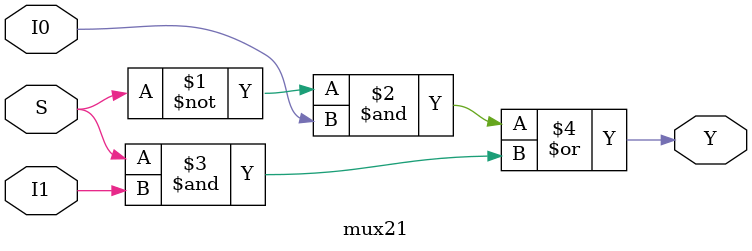
<source format=sv>
module mux21(I0,I1,S,Y);
  input I0,I1,S;
  output Y;
  assign Y=((~S)&I0)|(S&I1);
endmodule

</source>
